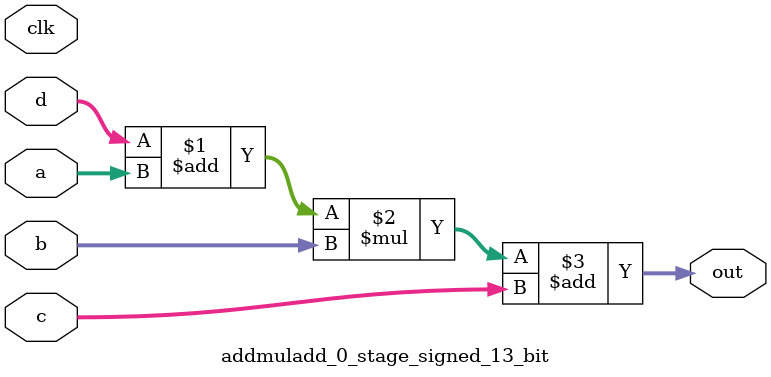
<source format=sv>
(* use_dsp = "yes" *) module addmuladd_0_stage_signed_13_bit(
	input signed [12:0] a,
	input signed [12:0] b,
	input signed [12:0] c,
	input signed [12:0] d,
	output [12:0] out,
	input clk);

	assign out = ((d + a) * b) + c;
endmodule

</source>
